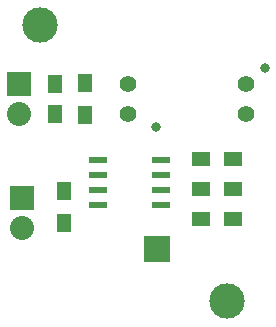
<source format=gts>
G04 #@! TF.FileFunction,Soldermask,Top*
%FSLAX46Y46*%
G04 Gerber Fmt 4.6, Leading zero omitted, Abs format (unit mm)*
G04 Created by KiCad (PCBNEW no-vcs-found-product) date Mon 03 Aug 2015 15:59:30 CEST*
%MOMM*%
G01*
G04 APERTURE LIST*
%ADD10C,0.127000*%
%ADD11R,1.250000X1.500000*%
%ADD12R,2.032000X2.032000*%
%ADD13O,2.032000X2.032000*%
%ADD14R,1.300000X1.500000*%
%ADD15R,1.500000X1.300000*%
%ADD16C,0.800000*%
%ADD17C,1.400000*%
%ADD18R,1.550000X0.600000*%
%ADD19C,3.000000*%
%ADD20R,2.235200X2.235200*%
G04 APERTURE END LIST*
D10*
D11*
X153924000Y-86380000D03*
X153924000Y-88880000D03*
D12*
X150876000Y-86360000D03*
D13*
X150876000Y-88900000D03*
D12*
X151130000Y-96012000D03*
D13*
X151130000Y-98552000D03*
D14*
X154686000Y-98124000D03*
X154686000Y-95424000D03*
D15*
X168990000Y-97790000D03*
X166290000Y-97790000D03*
D14*
X156464000Y-88980000D03*
X156464000Y-86280000D03*
D15*
X168990000Y-92710000D03*
X166290000Y-92710000D03*
X166290000Y-95250000D03*
X168990000Y-95250000D03*
D16*
X171700000Y-85030000D03*
X162500000Y-89980000D03*
D17*
X170100000Y-88900000D03*
X170100000Y-86360000D03*
X160100000Y-88900000D03*
X160100000Y-86360000D03*
D18*
X162974000Y-96647000D03*
X162974000Y-95377000D03*
X162974000Y-94107000D03*
X162974000Y-92837000D03*
X157574000Y-92837000D03*
X157574000Y-94107000D03*
X157574000Y-95377000D03*
X157574000Y-96647000D03*
D19*
X152654000Y-81407000D03*
X168529000Y-104775000D03*
D20*
X162560000Y-100330000D03*
M02*

</source>
